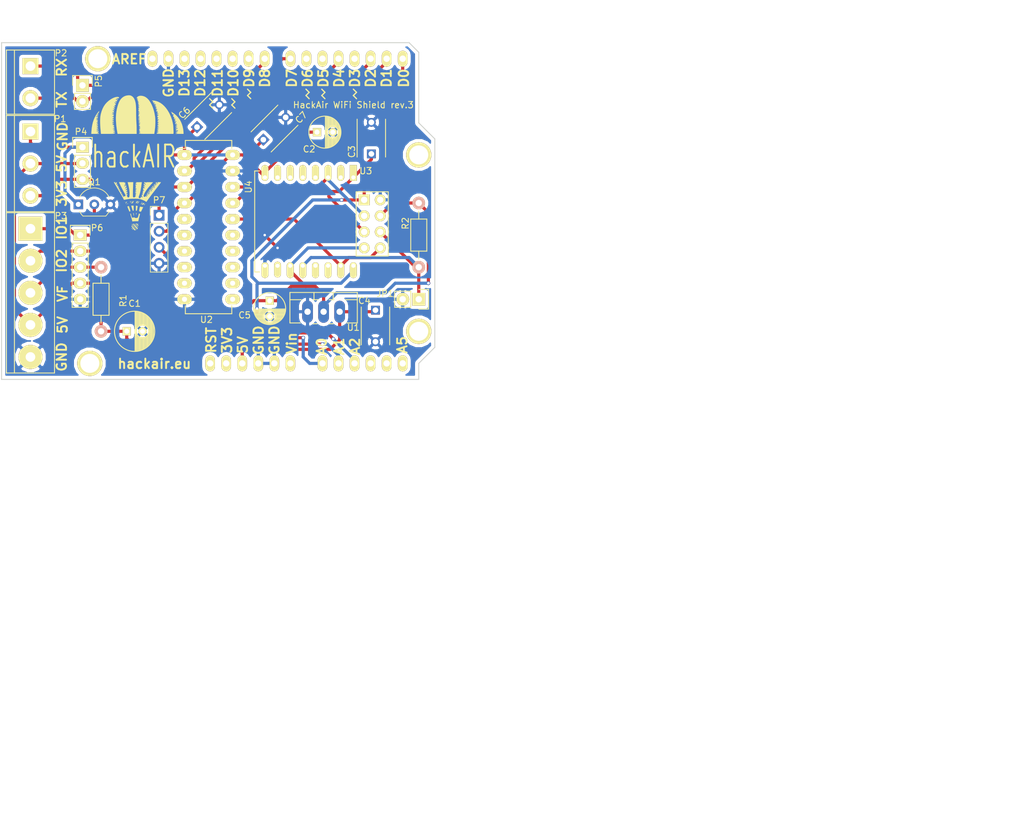
<source format=kicad_pcb>
(kicad_pcb (version 4) (host pcbnew 4.0.4-stable)
  (layers (0 F.Cu signal) (31 B.Cu signal) (34 B.Paste user) (35 F.Paste user) (36 B.SilkS user) (37 F.SilkS user) (38 B.Mask user) (39 F.Mask user) (44 Edge.Cuts user))
  (net 0 "")
  (net 1 GND)
  (net 2 +5V)
  (net 3 +3V3)
  (net 4 /ESP_RST)
  (net 5 /SENSOR_RX)
  (net 6 /SENSOR_TX)
  (net 7 /SENSOR_IO2)
  (net 8 /SENSOR_IO1)
  (net 9 "Net-(SHIELD1-PadAD5)")
  (net 10 "Net-(SHIELD1-PadAD4)")
  (net 11 "Net-(SHIELD1-PadAD3)")
  (net 12 "Net-(SHIELD1-PadV_IN)")
  (net 13 "Net-(SHIELD1-Pad3V3)")
  (net 14 "Net-(SHIELD1-PadRST)")
  (net 15 /ESP_TX)
  (net 16 /MC_TX)
  (net 17 /MC_RST)
  (net 18 "Net-(SHIELD1-Pad3)")
  (net 19 /MC_CS)
  (net 20 "Net-(SHIELD1-Pad5)")
  (net 21 "Net-(SHIELD1-Pad6)")
  (net 22 "Net-(SHIELD1-Pad9)")
  (net 23 "Net-(SHIELD1-Pad10)")
  (net 24 "Net-(SHIELD1-Pad11)")
  (net 25 "Net-(SHIELD1-Pad12)")
  (net 26 "Net-(SHIELD1-Pad13)")
  (net 27 "Net-(SHIELD1-PadAREF)")
  (net 28 "Net-(U2-Pad5)")
  (net 29 "Net-(U2-Pad6)")
  (net 30 "Net-(U2-Pad7)")
  (net 31 "Net-(U2-Pad8)")
  (net 32 "Net-(U2-Pad9)")
  (net 33 "Net-(U2-Pad11)")
  (net 34 "Net-(U2-Pad12)")
  (net 35 "Net-(U2-Pad13)")
  (net 36 "Net-(U2-Pad14)")
  (net 37 "Net-(U2-Pad15)")
  (net 38 /ESP_RX)
  (net 39 /ESP_CS)
  (net 40 /ESP_IO_0)
  (net 41 "Net-(U4-Pad10)")
  (net 42 "Net-(U4-Pad13)")
  (net 43 "Net-(U4-Pad14)")
  (net 44 "Net-(U4-Pad2)")
  (net 45 "Net-(U4-Pad4)")
  (net 46 "Net-(U4-Pad5)")
  (net 47 "Net-(U4-Pad6)")
  (net 48 "Net-(U4-Pad7)")
  (net 49 /SW_GND)
  (net 50 /FILTER_OUT)
  (net 51 /SW_GND_G)
  (module lib:logo (layer F.Cu) (at 144.526 91.186)
    (fp_text reference G*** hide)
    (fp_text value LOGO hide)
  )
  (module Pin_Headers:Pin_Header_Straight_1x01 (layer F.Cu) (at 189.103 89.662)
    (fp_text reference HOLE hide)
    (fp_text value "")
    (pad 1 thru_hole circle (at 0 0) (size 4 4) (drill 3) (layers *.Cu *.Mask F.SilkS))
  )
  (module Pin_Headers:Pin_Header_Straight_1x01 (layer F.Cu) (at 189.103 117.602)
    (fp_text reference HOLE hide)
    (fp_text value "")
    (pad 1 thru_hole circle (at 0 0) (size 4 4) (drill 3) (layers *.Cu *.Mask F.SilkS))
  )
  (module Pin_Headers:Pin_Header_Straight_1x01 (layer F.Cu) (at 137.033 122.682)
    (fp_text reference HOLE hide)
    (fp_text value "")
    (pad 1 thru_hole circle (at 0 0) (size 4 4) (drill 3) (layers *.Cu *.Mask F.SilkS))
  )
  (module Pin_Headers:Pin_Header_Straight_1x01 (layer F.Cu) (at 138.303 74.422)
    (fp_text reference HOLE hide)
    (fp_text value "")
    (pad 1 thru_hole circle (at 0 0) (size 4 4) (drill 3) (layers *.Cu *.Mask F.SilkS))
  )
  (module arduino_shields:ARDUINO_SHIELD_2_040pins (layer F.Cu) (at 123.063 125.222)
    (fp_text reference SHIELD1 hide)
    (fp_text value ARDUINO_SHIELD hide)
    (pad AD5 thru_hole oval (at 63.5 -2.54 90) (size 2.54 1.524) (drill 1.016) (layers *.Cu *.Mask F.SilkS) (net 9 "Net-(SHIELD1-PadAD5)"))
    (pad AD4 thru_hole oval (at 60.96 -2.54 90) (size 2.54 1.524) (drill 1.016) (layers *.Cu *.Mask F.SilkS) (net 10 "Net-(SHIELD1-PadAD4)"))
    (pad AD3 thru_hole oval (at 58.42 -2.54 90) (size 2.54 1.524) (drill 1.016) (layers *.Cu *.Mask F.SilkS) (net 11 "Net-(SHIELD1-PadAD3)"))
    (pad AD0 thru_hole oval (at 50.8 -2.54 90) (size 2.54 1.524) (drill 1.016) (layers *.Cu *.Mask F.SilkS) (net 8 /SENSOR_IO1))
    (pad AD1 thru_hole oval (at 53.34 -2.54 90) (size 2.54 1.524) (drill 1.016) (layers *.Cu *.Mask F.SilkS) (net 7 /SENSOR_IO2))
    (pad AD2 thru_hole oval (at 55.88 -2.54 90) (size 2.54 1.524) (drill 1.016) (layers *.Cu *.Mask F.SilkS) (net 51 /SW_GND_G))
    (pad V_IN thru_hole oval (at 45.72 -2.54 90) (size 2.54 1.524) (drill 1.016) (layers *.Cu *.Mask F.SilkS) (net 12 "Net-(SHIELD1-PadV_IN)"))
    (pad GND2 thru_hole oval (at 43.18 -2.54 90) (size 2.54 1.524) (drill 1.016) (layers *.Cu *.Mask F.SilkS) (net 1 GND))
    (pad GND1 thru_hole oval (at 40.64 -2.54 90) (size 2.54 1.524) (drill 1.016) (layers *.Cu *.Mask F.SilkS) (net 1 GND))
    (pad 3V3 thru_hole oval (at 35.56 -2.54 90) (size 2.54 1.524) (drill 1.016) (layers *.Cu *.Mask F.SilkS) (net 13 "Net-(SHIELD1-Pad3V3)"))
    (pad RST thru_hole oval (at 33.02 -2.54 90) (size 2.54 1.524) (drill 1.016) (layers *.Cu *.Mask F.SilkS) (net 14 "Net-(SHIELD1-PadRST)"))
    (pad 0 thru_hole oval (at 63.5 -50.8 90) (size 2.54 1.524) (drill 1.016) (layers *.Cu *.Mask F.SilkS) (net 15 /ESP_TX))
    (pad 1 thru_hole oval (at 60.96 -50.8 90) (size 2.54 1.524) (drill 1.016) (layers *.Cu *.Mask F.SilkS) (net 16 /MC_TX))
    (pad 2 thru_hole oval (at 58.42 -50.8 90) (size 2.54 1.524) (drill 1.016) (layers *.Cu *.Mask F.SilkS) (net 17 /MC_RST))
    (pad 3 thru_hole oval (at 55.88 -50.8 90) (size 2.54 1.524) (drill 1.016) (layers *.Cu *.Mask F.SilkS) (net 18 "Net-(SHIELD1-Pad3)"))
    (pad 4 thru_hole oval (at 53.34 -50.8 90) (size 2.54 1.524) (drill 1.016) (layers *.Cu *.Mask F.SilkS) (net 19 /MC_CS))
    (pad 5 thru_hole oval (at 50.8 -50.8 90) (size 2.54 1.524) (drill 1.016) (layers *.Cu *.Mask F.SilkS) (net 20 "Net-(SHIELD1-Pad5)"))
    (pad 6 thru_hole oval (at 48.26 -50.8 90) (size 2.54 1.524) (drill 1.016) (layers *.Cu *.Mask F.SilkS) (net 21 "Net-(SHIELD1-Pad6)"))
    (pad 7 thru_hole oval (at 45.72 -50.8 90) (size 2.54 1.524) (drill 1.016) (layers *.Cu *.Mask F.SilkS) (net 6 /SENSOR_TX))
    (pad 8 thru_hole oval (at 41.656 -50.8 90) (size 2.54 1.524) (drill 1.016) (layers *.Cu *.Mask F.SilkS) (net 5 /SENSOR_RX))
    (pad 9 thru_hole oval (at 39.116 -50.8 90) (size 2.54 1.524) (drill 1.016) (layers *.Cu *.Mask F.SilkS) (net 22 "Net-(SHIELD1-Pad9)"))
    (pad 10 thru_hole oval (at 36.576 -50.8 90) (size 2.54 1.524) (drill 1.016) (layers *.Cu *.Mask F.SilkS) (net 23 "Net-(SHIELD1-Pad10)"))
    (pad 11 thru_hole oval (at 34.036 -50.8 90) (size 2.54 1.524) (drill 1.016) (layers *.Cu *.Mask F.SilkS) (net 24 "Net-(SHIELD1-Pad11)"))
    (pad 12 thru_hole oval (at 31.496 -50.8 90) (size 2.54 1.524) (drill 1.016) (layers *.Cu *.Mask F.SilkS) (net 25 "Net-(SHIELD1-Pad12)"))
    (pad 13 thru_hole oval (at 28.956 -50.8 90) (size 2.54 1.524) (drill 1.016) (layers *.Cu *.Mask F.SilkS) (net 26 "Net-(SHIELD1-Pad13)"))
    (pad GND3 thru_hole oval (at 26.416 -50.8 90) (size 2.54 1.524) (drill 1.016) (layers *.Cu *.Mask F.SilkS) (net 1 GND))
    (pad AREF thru_hole oval (at 23.876 -50.8 90) (size 2.54 1.524) (drill 1.016) (layers *.Cu *.Mask F.SilkS) (net 27 "Net-(SHIELD1-PadAREF)"))
    (pad 5V thru_hole oval (at 38.1 -2.54 90) (size 2.54 1.524) (drill 1.016) (layers *.Cu *.Mask F.SilkS) (net 2 +5V))
  )
  (module Housings_DIP:DIP-20_W7.62mm_LongPads (layer F.Cu) (at 152.019 89.662)
    (fp_text reference U2 (at 3.481 26.088) (layer F.SilkS))
    (fp_text value SN74LVC245A)
    (pad 1 thru_hole oval (at 0 0) (size 2.3 1.6) (drill 0.8) (layers *.Cu *.Mask F.SilkS) (net 3 +3V3))
    (pad 2 thru_hole oval (at 0 2.54) (size 2.3 1.6) (drill 0.8) (layers *.Cu *.Mask F.SilkS) (net 19 /MC_CS))
    (pad 3 thru_hole oval (at 0 5.08) (size 2.3 1.6) (drill 0.8) (layers *.Cu *.Mask F.SilkS) (net 17 /MC_RST))
    (pad 4 thru_hole oval (at 0 7.62) (size 2.3 1.6) (drill 0.8) (layers *.Cu *.Mask F.SilkS) (net 16 /MC_TX))
    (pad 5 thru_hole oval (at 0 10.16) (size 2.3 1.6) (drill 0.8) (layers *.Cu *.Mask F.SilkS) (net 28 "Net-(U2-Pad5)"))
    (pad 6 thru_hole oval (at 0 12.7) (size 2.3 1.6) (drill 0.8) (layers *.Cu *.Mask F.SilkS) (net 29 "Net-(U2-Pad6)"))
    (pad 7 thru_hole oval (at 0 15.24) (size 2.3 1.6) (drill 0.8) (layers *.Cu *.Mask F.SilkS) (net 30 "Net-(U2-Pad7)"))
    (pad 8 thru_hole oval (at 0 17.78) (size 2.3 1.6) (drill 0.8) (layers *.Cu *.Mask F.SilkS) (net 31 "Net-(U2-Pad8)"))
    (pad 9 thru_hole oval (at 0 20.32) (size 2.3 1.6) (drill 0.8) (layers *.Cu *.Mask F.SilkS) (net 32 "Net-(U2-Pad9)"))
    (pad 10 thru_hole oval (at 0 22.86) (size 2.3 1.6) (drill 0.8) (layers *.Cu *.Mask F.SilkS) (net 1 GND))
    (pad 11 thru_hole oval (at 7.62 22.86) (size 2.3 1.6) (drill 0.8) (layers *.Cu *.Mask F.SilkS) (net 33 "Net-(U2-Pad11)"))
    (pad 12 thru_hole oval (at 7.62 20.32) (size 2.3 1.6) (drill 0.8) (layers *.Cu *.Mask F.SilkS) (net 34 "Net-(U2-Pad12)"))
    (pad 13 thru_hole oval (at 7.62 17.78) (size 2.3 1.6) (drill 0.8) (layers *.Cu *.Mask F.SilkS) (net 35 "Net-(U2-Pad13)"))
    (pad 14 thru_hole oval (at 7.62 15.24) (size 2.3 1.6) (drill 0.8) (layers *.Cu *.Mask F.SilkS) (net 36 "Net-(U2-Pad14)"))
    (pad 15 thru_hole oval (at 7.62 12.7) (size 2.3 1.6) (drill 0.8) (layers *.Cu *.Mask F.SilkS) (net 37 "Net-(U2-Pad15)"))
    (pad 16 thru_hole oval (at 7.62 10.16) (size 2.3 1.6) (drill 0.8) (layers *.Cu *.Mask F.SilkS) (net 38 /ESP_RX))
    (pad 17 thru_hole oval (at 7.62 7.62) (size 2.3 1.6) (drill 0.8) (layers *.Cu *.Mask F.SilkS) (net 4 /ESP_RST))
    (pad 18 thru_hole oval (at 7.62 5.08) (size 2.3 1.6) (drill 0.8) (layers *.Cu *.Mask F.SilkS) (net 39 /ESP_CS))
    (pad 19 thru_hole oval (at 7.62 2.54) (size 2.3 1.6) (drill 0.8) (layers *.Cu *.Mask F.SilkS) (net 1 GND))
    (pad 20 thru_hole oval (at 7.62 0) (size 2.3 1.6) (drill 0.8) (layers *.Cu *.Mask F.SilkS) (net 3 +3V3))
  )
  (module Capacitors_ThroughHole:C_Radial_D6.3_L11.2_P2.5 (layer F.Cu) (at 142.875 117.602)
    (fp_text reference C1 (at 1.25 -4.4) (layer F.SilkS))
    (fp_text value 220uF)
    (pad 2 thru_hole circle (at 2.5 0) (size 1.3 1.3) (drill 0.8) (layers *.Cu *.Mask F.SilkS) (net 1 GND))
    (pad 1 thru_hole rect (at 0 0) (size 1.3 1.3) (drill 0.8) (layers *.Cu *.Mask F.SilkS) (net 2 +5V))
  )
  (module Capacitors_ThroughHole:C_Radial_D5_L11_P2.5 (layer F.Cu) (at 172.9994 86.0552)
    (fp_text reference C2 (at -1.2494 2.6948) (layer F.SilkS))
    (fp_text value 10uF)
    (pad 1 thru_hole rect (at 0 0) (size 1.3 1.3) (drill 0.8) (layers *.Cu *.Mask F.SilkS) (net 3 +3V3))
    (pad 2 thru_hole circle (at 2.5 0) (size 1.3 1.3) (drill 0.8) (layers *.Cu *.Mask F.SilkS) (net 1 GND))
  )
  (module Capacitors_ThroughHole:C_Radial_D5_L11_P2.5 (layer F.Cu) (at 165.5 112.75 270)
    (fp_text reference C5 (at 2.2968 3.9624 360) (layer F.SilkS))
    (fp_text value 10uF)
    (pad 1 thru_hole rect (at 0 0 270) (size 1.3 1.3) (drill 0.8) (layers *.Cu *.Mask F.SilkS) (net 3 +3V3))
    (pad 2 thru_hole circle (at 2.5 0 270) (size 1.3 1.3) (drill 0.8) (layers *.Cu *.Mask F.SilkS) (net 1 GND))
  )
  (module Connect:bornier3 (layer F.Cu) (at 127.635 91.0336 270)
    (fp_text reference P1 (at -7.0866 -4.699 360) (layer F.SilkS))
    (fp_text value CONN_PWR)
    (pad 1 thru_hole rect (at -5.08 0 270) (size 2.54 2.54) (drill 1.524) (layers *.Cu *.Mask F.SilkS) (net 49 /SW_GND))
    (pad 2 thru_hole circle (at 0 0 270) (size 2.54 2.54) (drill 1.524) (layers *.Cu *.Mask F.SilkS) (net 2 +5V))
    (pad 3 thru_hole circle (at 5.08 0 270) (size 2.54 2.54) (drill 1.524) (layers *.Cu *.Mask F.SilkS) (net 3 +3V3))
  )
  (module Connect:bornier2 (layer F.Cu) (at 127.635 78.1304 270)
    (fp_text reference P2 (at -4.5974 -4.826 360) (layer F.SilkS))
    (fp_text value CONN_SENSOR_SERIAL)
    (pad 1 thru_hole rect (at -2.54 0 270) (size 2.54 2.54) (drill 1.524) (layers *.Cu *.Mask F.SilkS) (net 5 /SENSOR_RX))
    (pad 2 thru_hole circle (at 2.54 0 270) (size 2.54 2.54) (drill 1.524) (layers *.Cu *.Mask F.SilkS) (net 6 /SENSOR_TX))
  )
  (module Connect:bornier5 (layer F.Cu) (at 127.635 111.506 270)
    (fp_text reference P3 (at -12.192 -4.826 360) (layer F.SilkS))
    (fp_text value CONN_SENSOR)
    (pad 2 thru_hole circle (at -5.08 0 270) (size 3.81 3.81) (drill 1.524) (layers *.Cu *.Mask F.SilkS) (net 7 /SENSOR_IO2))
    (pad 3 thru_hole circle (at 0 0 270) (size 3.81 3.81) (drill 1.524) (layers *.Cu *.Mask F.SilkS) (net 50 /FILTER_OUT))
    (pad 1 thru_hole rect (at -10.16 0 270) (size 3.81 3.81) (drill 1.524) (layers *.Cu *.Mask F.SilkS) (net 8 /SENSOR_IO1))
    (pad 4 thru_hole circle (at 5.08 0 270) (size 3.81 3.81) (drill 1.524) (layers *.Cu *.Mask F.SilkS) (net 2 +5V))
    (pad 5 thru_hole circle (at 10.16 0 270) (size 3.81 3.81) (drill 1.524) (layers *.Cu *.Mask F.SilkS) (net 1 GND))
  )
  (module Pin_Headers:Pin_Header_Straight_1x03 (layer F.Cu) (at 135.8646 88.4428)
    (fp_text reference P4 (at -0.2286 -2.4638 180) (layer F.SilkS))
    (fp_text value CONN_PWR_H)
    (pad 1 thru_hole rect (at 0 0) (size 2.032 1.7272) (drill 1.016) (layers *.Cu *.Mask F.SilkS) (net 49 /SW_GND))
    (pad 2 thru_hole oval (at 0 2.54) (size 2.032 1.7272) (drill 1.016) (layers *.Cu *.Mask F.SilkS) (net 2 +5V))
    (pad 3 thru_hole oval (at 0 5.08) (size 2.032 1.7272) (drill 1.016) (layers *.Cu *.Mask F.SilkS) (net 3 +3V3))
  )
  (module Pin_Headers:Pin_Header_Straight_1x02 (layer F.Cu) (at 135.8646 78.6384)
    (fp_text reference P5 (at 2.5654 -0.6604 270) (layer F.SilkS))
    (fp_text value CONN_SENSOR_SERIAL_H)
    (pad 1 thru_hole rect (at 0 0) (size 2.032 2.032) (drill 1.016) (layers *.Cu *.Mask F.SilkS) (net 5 /SENSOR_RX))
    (pad 2 thru_hole oval (at 0 2.54) (size 2.032 2.032) (drill 1.016) (layers *.Cu *.Mask F.SilkS) (net 6 /SENSOR_TX))
  )
  (module Resistors_ThroughHole:Resistor_Horizontal_RM10mm (layer F.Cu) (at 138.811 107.442 270)
    (fp_text reference R1 (at 5.32892 -3.50012 270) (layer F.SilkS))
    (fp_text value 150)
    (pad 1 thru_hole circle (at 0 0 270) (size 1.99898 1.99898) (drill 1.00076) (layers *.Cu *.SilkS *.Mask) (net 50 /FILTER_OUT))
    (pad 2 thru_hole circle (at 10.16 0 270) (size 1.99898 1.99898) (drill 1.00076) (layers *.Cu *.SilkS *.Mask) (net 2 +5V))
  )
  (module ESP8266:ESP-01 (layer F.Cu) (at 180.467 96.774)
    (fp_text reference U3 (at 0.254 -4.572) (layer F.SilkS))
    (fp_text value ESP-01v090)
    (pad 1 thru_hole rect (at 0 0) (size 1.7272 1.7272) (drill 1.016) (layers *.Cu *.Mask F.SilkS) (net 15 /ESP_TX))
    (pad 2 thru_hole oval (at 2.54 0) (size 1.7272 1.7272) (drill 1.016) (layers *.Cu *.Mask F.SilkS) (net 1 GND))
    (pad 3 thru_hole oval (at 0 2.54) (size 1.7272 1.7272) (drill 1.016) (layers *.Cu *.Mask F.SilkS) (net 39 /ESP_CS))
    (pad 4 thru_hole oval (at 2.54 2.54) (size 1.7272 1.7272) (drill 1.016) (layers *.Cu *.Mask F.SilkS) (net 3 +3V3))
    (pad 5 thru_hole oval (at 0 5.08) (size 1.7272 1.7272) (drill 1.016) (layers *.Cu *.Mask F.SilkS) (net 4 /ESP_RST))
    (pad 6 thru_hole oval (at 2.54 5.08) (size 1.7272 1.7272) (drill 1.016) (layers *.Cu *.Mask F.SilkS) (net 40 /ESP_IO_0))
    (pad 7 thru_hole oval (at 0 7.62) (size 1.7272 1.7272) (drill 1.016) (layers *.Cu *.Mask F.SilkS) (net 3 +3V3))
    (pad 8 thru_hole oval (at 2.54 7.62) (size 1.7272 1.7272) (drill 1.016) (layers *.Cu *.Mask F.SilkS) (net 38 /ESP_RX))
  )
  (module Pin_Headers:Pin_Header_Straight_1x05 (layer F.Cu) (at 135.509 102.362)
    (fp_text reference P6 (at 2.667 -1.143) (layer F.SilkS))
    (fp_text value CONN_SENSOR_H)
    (pad 1 thru_hole rect (at 0 0) (size 2.032 1.7272) (drill 1.016) (layers *.Cu *.Mask F.SilkS) (net 8 /SENSOR_IO1))
    (pad 2 thru_hole oval (at 0 2.54) (size 2.032 1.7272) (drill 1.016) (layers *.Cu *.Mask F.SilkS) (net 7 /SENSOR_IO2))
    (pad 3 thru_hole oval (at 0 5.08) (size 2.032 1.7272) (drill 1.016) (layers *.Cu *.Mask F.SilkS) (net 50 /FILTER_OUT))
    (pad 4 thru_hole oval (at 0 7.62) (size 2.032 1.7272) (drill 1.016) (layers *.Cu *.Mask F.SilkS) (net 2 +5V))
    (pad 5 thru_hole oval (at 0 10.16) (size 2.032 1.7272) (drill 1.016) (layers *.Cu *.Mask F.SilkS) (net 1 GND))
  )
  (module ESP8266:ESP-12 (layer F.Cu) (at 178.751 93.218 270)
    (fp_text reference U4 (at 1.5 16.6 270) (layer F.SilkS))
    (fp_text value ESP-12)
    (pad 1 thru_hole rect (at 0 0 270) (size 2.5 1.1) (drill 0.65 (offset -0.7 0)) (layers *.Cu *.Mask F.SilkS) (net 4 /ESP_RST))
    (pad 2 thru_hole oval (at 0 2 270) (size 2.5 1.1) (drill 0.65 (offset -0.7 0)) (layers *.Cu *.Mask F.SilkS) (net 44 "Net-(U4-Pad2)"))
    (pad 3 thru_hole oval (at 0 4 270) (size 2.5 1.1) (drill 0.65 (offset -0.7 0)) (layers *.Cu *.Mask F.SilkS) (net 39 /ESP_CS))
    (pad 4 thru_hole oval (at 0 6 270) (size 2.5 1.1) (drill 0.65 (offset -0.7 0)) (layers *.Cu *.Mask F.SilkS) (net 45 "Net-(U4-Pad4)"))
    (pad 5 thru_hole oval (at 0 8 270) (size 2.5 1.1) (drill 0.65 (offset -0.7 0)) (layers *.Cu *.Mask F.SilkS) (net 46 "Net-(U4-Pad5)"))
    (pad 6 thru_hole oval (at 0 10 270) (size 2.5 1.1) (drill 0.65 (offset -0.7 0)) (layers *.Cu *.Mask F.SilkS) (net 47 "Net-(U4-Pad6)"))
    (pad 7 thru_hole oval (at 0 12 270) (size 2.5 1.1) (drill 0.65 (offset -0.7 0)) (layers *.Cu *.Mask F.SilkS) (net 48 "Net-(U4-Pad7)"))
    (pad 8 thru_hole oval (at 0 14 270) (size 2.5 1.1) (drill 0.65 (offset -0.7 0)) (layers *.Cu *.Mask F.SilkS) (net 3 +3V3))
    (pad 9 thru_hole oval (at 14 14 270) (size 2.5 1.1) (drill 0.65 (offset 0.7 0)) (layers *.Cu *.Mask F.SilkS) (net 1 GND))
    (pad 10 thru_hole oval (at 14 12 270) (size 2.5 1.1) (drill 0.65 (offset 0.6 0)) (layers *.Cu *.Mask F.SilkS) (net 41 "Net-(U4-Pad10)"))
    (pad 11 thru_hole oval (at 14 10 270) (size 2.5 1.1) (drill 0.65 (offset 0.7 0)) (layers *.Cu *.Mask F.SilkS) (net 3 +3V3))
    (pad 12 thru_hole oval (at 14 8 270) (size 2.5 1.1) (drill 0.65 (offset 0.7 0)) (layers *.Cu *.Mask F.SilkS) (net 40 /ESP_IO_0))
    (pad 13 thru_hole oval (at 14 6 270) (size 2.5 1.1) (drill 0.65 (offset 0.7 0)) (layers *.Cu *.Mask F.SilkS) (net 42 "Net-(U4-Pad13)"))
    (pad 14 thru_hole oval (at 14 4 270) (size 2.5 1.1) (drill 0.65 (offset 0.7 0)) (layers *.Cu *.Mask F.SilkS) (net 43 "Net-(U4-Pad14)"))
    (pad 15 thru_hole oval (at 14 2 270) (size 2.5 1.1) (drill 0.65 (offset 0.7 0)) (layers *.Cu *.Mask F.SilkS) (net 38 /ESP_RX))
    (pad 16 thru_hole oval (at 14 0 270) (size 2.5 1.1) (drill 0.65 (offset 0.7 0)) (layers *.Cu *.Mask F.SilkS) (net 15 /ESP_TX))
  )
  (module Pin_Headers:Pin_Header_Straight_1x02 (layer F.Cu) (at 189.103 112.522 270)
    (fp_text reference JP1 (at -0.889 5.334 360) (layer F.SilkS))
    (fp_text value Jumper_NO_Small)
    (pad 1 thru_hole rect (at 0 0 270) (size 2.032 2.032) (drill 1.016) (layers *.Cu *.Mask F.SilkS) (net 40 /ESP_IO_0))
    (pad 2 thru_hole oval (at 0 2.54 270) (size 2.032 2.032) (drill 1.016) (layers *.Cu *.Mask F.SilkS) (net 1 GND))
  )
  (module Resistors_ThroughHole:Resistor_Horizontal_RM10mm (layer F.Cu) (at 189.103 107.442 90)
    (fp_text reference R2 (at 6.942 -2.103 90) (layer F.SilkS))
    (fp_text value 1K)
    (pad 1 thru_hole circle (at 0 0 90) (size 1.99898 1.99898) (drill 1.00076) (layers *.Cu *.SilkS *.Mask) (net 40 /ESP_IO_0))
    (pad 2 thru_hole circle (at 10.16 0 90) (size 1.99898 1.99898) (drill 1.00076) (layers *.Cu *.SilkS *.Mask) (net 3 +3V3))
  )
  (module TO_SOT_Packages_THT:TO-220_Neutral123_Vertical_LargePads (layer F.Cu) (at 174.04 114.5)
    (fp_text reference U1 (at 4.71 2.5) (layer F.SilkS))
    (fp_text value LD1117S33CTR)
    (pad 2 thru_hole oval (at 0 0 90) (size 3.50012 1.69926) (drill 1.00076) (layers *.Cu *.Mask) (net 3 +3V3))
    (pad 1 thru_hole oval (at -2.54 0 90) (size 3.50012 1.69926) (drill 1.00076) (layers *.Cu *.Mask) (net 1 GND))
    (pad 3 thru_hole oval (at 2.54 0 90) (size 3.50012 1.69926) (drill 1.00076) (layers *.Cu *.Mask) (net 2 +5V))
  )
  (module TO_SOT_Packages_THT:TO-92_Inline_Wide (layer F.Cu) (at 135.21 97.5)
    (fp_text reference Q1 (at 2.54 -3.556 180) (layer F.SilkS))
    (fp_text value ZVN4206A)
    (pad 2 thru_hole circle (at 2.54 0 90) (size 1.524 1.524) (drill 0.8) (layers *.Cu *.Mask) (net 51 /SW_GND_G))
    (pad 3 thru_hole circle (at 5.08 0 90) (size 1.524 1.524) (drill 0.8) (layers *.Cu *.Mask) (net 1 GND))
    (pad 1 thru_hole rect (at 0 0 90) (size 1.524 1.524) (drill 0.8) (layers *.Cu *.Mask) (net 49 /SW_GND))
  )
  (module Capacitors_ThroughHole:C_Disc_D6_P5 (layer F.Cu) (at 181.6 89.5 90)
    (fp_text reference C3 (at 0.35 -3.1 90) (layer F.SilkS))
    (fp_text value 10nF)
    (pad 1 thru_hole rect (at 0 0 90) (size 1.4 1.4) (drill 0.9) (layers *.Cu *.Mask) (net 4 /ESP_RST))
    (pad 2 thru_hole circle (at 5 0 90) (size 1.4 1.4) (drill 0.9) (layers *.Cu *.Mask) (net 1 GND))
  )
  (module Capacitors_ThroughHole:C_Disc_D6_P5 (layer F.Cu) (at 182.25 114.25 270)
    (fp_text reference C4 (at -1.5 1.75 360) (layer F.SilkS))
    (fp_text value 100nF)
    (pad 1 thru_hole rect (at 0 0 270) (size 1.4 1.4) (drill 0.9) (layers *.Cu *.Mask) (net 2 +5V))
    (pad 2 thru_hole circle (at 5 0 270) (size 1.4 1.4) (drill 0.9) (layers *.Cu *.Mask) (net 1 GND))
  )
  (module Capacitors_ThroughHole:C_Disc_D6_P5 (layer F.Cu) (at 164.5 87.25 45)
    (fp_text reference C7 (at 6.717514 1.767767 45) (layer F.SilkS))
    (fp_text value 100nF)
    (pad 1 thru_hole rect (at 0 0 45) (size 1.4 1.4) (drill 0.9) (layers *.Cu *.Mask) (net 3 +3V3))
    (pad 2 thru_hole circle (at 5 0 45) (size 1.4 1.4) (drill 0.9) (layers *.Cu *.Mask) (net 1 GND))
  )
  (module Capacitors_ThroughHole:C_Disc_D6_P5 (layer F.Cu) (at 154 85.25 45)
    (fp_text reference C6 (at 0.176777 -3.005204 45) (layer F.SilkS))
    (fp_text value 10nF)
    (pad 1 thru_hole rect (at 0 0 45) (size 1.4 1.4) (drill 0.9) (layers *.Cu *.Mask) (net 3 +3V3))
    (pad 2 thru_hole circle (at 5 0 45) (size 1.4 1.4) (drill 0.9) (layers *.Cu *.Mask) (net 1 GND))
  )
  (module Pin_Headers:Pin_Header_Straight_1x04_Pitch2.54mm (layer F.Cu) (at 148 99.21)
    (fp_text reference P7 (at 0 -2.39) (layer F.SilkS))
    (fp_text value CONN_PROG)
    (pad 1 thru_hole rect (at 0 0) (size 1.7 1.7) (drill 1) (layers *.Cu *.Mask) (net 17 /MC_RST))
    (pad 2 thru_hole oval (at 0 2.54) (size 1.7 1.7) (drill 1) (layers *.Cu *.Mask) (net 16 /MC_TX))
    (pad 3 thru_hole oval (at 0 5.08) (size 1.7 1.7) (drill 1) (layers *.Cu *.Mask) (net 15 /ESP_TX))
    (pad 4 thru_hole oval (at 0 7.62) (size 1.7 1.7) (drill 1) (layers *.Cu *.Mask) (net 1 GND))
  )
  (gr_text RST (at 156.25 119 90) (layer F.SilkS) (effects (font (size 1.5 1.5) (thickness 0.3))))
  (gr_text 3V3 (at 158.75 119 90) (layer F.SilkS) (effects (font (size 1.5 1.5) (thickness 0.3))))
  (gr_text 5V (at 161.25 119.75 90) (layer F.SilkS) (effects (font (size 1.5 1.5) (thickness 0.3))))
  (gr_text GND (at 163.75 119 90) (layer F.SilkS) (effects (font (size 1.5 1.5) (thickness 0.3))))
  (gr_text GND (at 166.25 119 90) (layer F.SilkS) (effects (font (size 1.5 1.5) (thickness 0.3))))
  (gr_text Vin (at 169 119.5 90) (layer F.SilkS) (effects (font (size 1.5 1.5) (thickness 0.3))))
  (gr_text A0 (at 173.75 120 90) (layer F.SilkS) (effects (font (size 1.5 1.5) (thickness 0.3))))
  (gr_text A1 (at 176.5 120 90) (layer F.SilkS) (effects (font (size 1.5 1.5) (thickness 0.3))))
  (gr_text A2 (at 179 120 90) (layer F.SilkS) (effects (font (size 1.5 1.5) (thickness 0.3))))
  (gr_text A5 (at 186.5 119.75 90) (layer F.SilkS) (effects (font (size 1.5 1.5) (thickness 0.3))))
  (gr_line (start 156.5 82.25) (end 156 81.75) (layer F.SilkS) (width 0.2))
  (gr_line (start 156 81.75) (end 156.5 81.25) (layer F.SilkS) (width 0.2))
  (gr_line (start 156.5 81.25) (end 156 80.75) (layer F.SilkS) (width 0.2))
  (gr_line (start 160 82.25) (end 159.5 81.75) (layer F.SilkS) (width 0.2))
  (gr_line (start 159.5 81.75) (end 160 81.25) (layer F.SilkS) (width 0.2))
  (gr_line (start 160 81.25) (end 159.5 80.75) (layer F.SilkS) (width 0.2))
  (gr_line (start 162.5 80.75) (end 162 80.25) (layer F.SilkS) (width 0.2))
  (gr_line (start 162 80.25) (end 162.5 79.75) (layer F.SilkS) (width 0.2))
  (gr_line (start 162.5 79.75) (end 162 79.25) (layer F.SilkS) (width 0.2))
  (gr_line (start 171.75 80.75) (end 171.25 80.25) (layer F.SilkS) (width 0.2))
  (gr_line (start 171.25 80.25) (end 171.75 79.75) (layer F.SilkS) (width 0.2))
  (gr_line (start 171.75 79.75) (end 171.25 79.25) (layer F.SilkS) (width 0.2))
  (gr_line (start 174.25 80.75) (end 173.75 80.25) (layer F.SilkS) (width 0.2))
  (gr_line (start 173.75 80.25) (end 174.25 79.75) (layer F.SilkS) (width 0.2))
  (gr_line (start 174.25 79.75) (end 173.75 79.25) (layer F.SilkS) (width 0.2))
  (gr_line (start 179.25 79.75) (end 178.75 79.25) (layer F.SilkS) (width 0.2))
  (gr_line (start 178.75 80.25) (end 179.25 79.75) (layer F.SilkS) (width 0.2))
  (gr_line (start 179.25 80.75) (end 178.75 80.25) (layer F.SilkS) (width 0.2))
  (gr_text AREF (at 143.25 74.5 360) (layer F.SilkS) (effects (font (size 1.5 1.5) (thickness 0.3))))
  (gr_text GND (at 149.5 78.25 90) (layer F.SilkS) (effects (font (size 1.5 1.5) (thickness 0.3))))
  (gr_text D13 (at 152 78.25 90) (layer F.SilkS) (effects (font (size 1.5 1.5) (thickness 0.3))))
  (gr_text D12 (at 154.5 78.25 90) (layer F.SilkS) (effects (font (size 1.5 1.5) (thickness 0.3))))
  (gr_text D11 (at 157.25 78.25 90) (layer F.SilkS) (effects (font (size 1.5 1.5) (thickness 0.3))))
  (gr_text D10 (at 159.75 78.25 90) (layer F.SilkS) (effects (font (size 1.5 1.5) (thickness 0.3))))
  (gr_text D9 (at 162.25 77.5 90) (layer F.SilkS) (effects (font (size 1.5 1.5) (thickness 0.3))))
  (gr_text D8 (at 164.75 77.5 90) (layer F.SilkS) (effects (font (size 1.5 1.5) (thickness 0.3))))
  (gr_text D7 (at 169 77.5 90) (layer F.SilkS) (effects (font (size 1.5 1.5) (thickness 0.3))))
  (gr_text D6 (at 171.5 77.5 90) (layer F.SilkS) (effects (font (size 1.5 1.5) (thickness 0.3))))
  (gr_text D5 (at 174 77.5 90) (layer F.SilkS) (effects (font (size 1.5 1.5) (thickness 0.3))))
  (gr_text D4 (at 176.5 77.5 90) (layer F.SilkS) (effects (font (size 1.5 1.5) (thickness 0.3))))
  (gr_text D3 (at 179 77.5 90) (layer F.SilkS) (effects (font (size 1.5 1.5) (thickness 0.3))))
  (gr_text D2 (at 181.5 77.5 90) (layer F.SilkS) (effects (font (size 1.5 1.5) (thickness 0.3))))
  (gr_text D0 (at 186.75 77.5 90) (layer F.SilkS) (effects (font (size 1.5 1.5) (thickness 0.3))))
  (gr_text D1 (at 184 77.5 90) (layer F.SilkS) (effects (font (size 1.5 1.5) (thickness 0.3))))
  (gr_text hackair.eu (at 147.25 122.75) (layer F.SilkS) (effects (font (size 1.5 1.5) (thickness 0.3))))
  (gr_text hackAIR (at 144.018 89.916) (layer F.SilkS) (effects (font (size 3.5 2.3) (thickness 0.3))))
  (gr_text "HackAir WiFi Shield rev.3" (at 178.75 81.75) (layer F.SilkS) (effects (font (size 1 1))))
  (gr_text GND (at 132.588 121.666 90) (layer F.SilkS) (effects (font (size 1.5 1.5) (thickness 0.3))))
  (gr_text 5V (at 132.715 116.586 90) (layer F.SilkS) (effects (font (size 1.5 1.5) (thickness 0.3))))
  (gr_text VF (at 132.715 111.633 90) (layer F.SilkS) (effects (font (size 1.5 1.5) (thickness 0.3))))
  (gr_text IO2 (at 132.588 106.426 90) (layer F.SilkS) (effects (font (size 1.5 1.5) (thickness 0.3))))
  (gr_text 3V3 (at 132.588 95.758 90) (layer F.SilkS) (effects (font (size 1.5 1.5) (thickness 0.3))))
  (gr_text IO1 (at 132.588 101.219 90) (layer F.SilkS) (effects (font (size 1.5 1.5) (thickness 0.3))))
  (gr_text 5V (at 132.588 91.059 90) (layer F.SilkS) (effects (font (size 1.5 1.5) (thickness 0.3))))
  (gr_text GND (at 132.715 86.741 90) (layer F.SilkS) (effects (font (size 1.5 1.5) (thickness 0.3))))
  (gr_text TX (at 132.588 80.899 90) (layer F.SilkS) (effects (font (size 1.5 1.5) (thickness 0.3))))
  (gr_text RX (at 132.588 75.819 90) (layer F.SilkS) (effects (font (size 1.5 1.5) (thickness 0.3))))
  (gr_line (start 123.063 125.222) (end 123.063 71.882) (layer Edge.Cuts) (width 0.15))
  (gr_line (start 189.103 125.222) (end 123.063 125.222) (layer Edge.Cuts) (width 0.15))
  (gr_line (start 189.103 122.682) (end 189.103 125.222) (layer Edge.Cuts) (width 0.15))
  (gr_line (start 191.643 120.142) (end 189.103 122.682) (layer Edge.Cuts) (width 0.15))
  (gr_line (start 191.643 87.122) (end 191.643 120.142) (layer Edge.Cuts) (width 0.15))
  (gr_line (start 189.103 84.582) (end 191.643 87.122) (layer Edge.Cuts) (width 0.15))
  (gr_line (start 189.103 73.406) (end 189.103 84.582) (layer Edge.Cuts) (width 0.15))
  (gr_line (start 187.579 71.882) (end 189.103 73.406) (layer Edge.Cuts) (width 0.15))
  (gr_line (start 123.063 71.882) (end 187.579 71.882) (layer Edge.Cuts) (width 0.15))
  (segment (start 164.719 102.362) (end 164.719 96.932) (width 0.5) (layer B.Cu) (net 1))
  (segment (start 164.719 96.932) (end 159.989 92.202) (width 0.5) (layer B.Cu) (net 1))
  (segment (start 159.989 92.202) (end 159.639 92.202) (width 0.5) (layer B.Cu) (net 1))
  (segment (start 166.751 104.394) (end 164.719 102.362) (width 0.5) (layer F.Cu) (net 1))
  (via (at 164.719 102.362) (size 0.6) (drill 0.4) (layers F.Cu B.Cu) (net 1))
  (segment (start 164.751 107.218) (end 164.751 106.394) (width 0.5) (layer B.Cu) (net 1))
  (segment (start 164.751 106.394) (end 166.751 104.394) (width 0.5) (layer B.Cu) (net 1))
  (via (at 166.751 104.394) (size 0.6) (drill 0.4) (layers F.Cu B.Cu) (net 1))
  (segment (start 176.58 114.5) (end 182 114.5) (width 0.5) (layer F.Cu) (net 2))
  (segment (start 182 114.5) (end 182.25 114.25) (width 0.5) (layer F.Cu) (net 2))
  (segment (start 175.065689 120.463311) (end 176.58 118.949) (width 0.5) (layer F.Cu) (net 2))
  (segment (start 176.58 118.949) (end 176.58 114.5) (width 0.5) (layer F.Cu) (net 2))
  (segment (start 135.509 109.982) (end 137.025 109.982) (width 0.5) (layer F.Cu) (net 2))
  (segment (start 137.025 109.982) (end 138.811 111.768) (width 0.5) (layer F.Cu) (net 2))
  (segment (start 138.811 111.768) (end 138.811 113.8936) (width 0.5) (layer F.Cu) (net 2))
  (segment (start 127.635 116.586) (end 134.239 109.982) (width 0.5) (layer F.Cu) (net 2))
  (segment (start 134.239 109.982) (end 135.509 109.982) (width 0.5) (layer F.Cu) (net 2))
  (segment (start 142.875 117.602) (end 142.875 118.752) (width 0.5) (layer F.Cu) (net 2))
  (segment (start 142.875 118.752) (end 144.586311 120.463311) (width 0.5) (layer F.Cu) (net 2))
  (segment (start 144.586311 120.463311) (end 160.714311 120.463311) (width 0.5) (layer F.Cu) (net 2))
  (segment (start 138.811 117.602) (end 142.875 117.602) (width 0.5) (layer F.Cu) (net 2))
  (segment (start 134.747 109.982) (end 134.8994 109.982) (width 0.5) (layer F.Cu) (net 2))
  (segment (start 138.811 116.188508) (end 138.811 117.602) (width 0.5) (layer F.Cu) (net 2))
  (segment (start 138.811 113.8936) (end 138.811 116.188508) (width 0.5) (layer F.Cu) (net 2))
  (segment (start 134.239 109.982) (end 134.747 109.982) (width 0.5) (layer F.Cu) (net 2))
  (segment (start 160.714311 120.463311) (end 175.065689 120.463311) (width 0.5) (layer F.Cu) (net 2))
  (segment (start 161.163 122.682) (end 161.163 120.912) (width 0.5) (layer F.Cu) (net 2))
  (segment (start 161.163 120.912) (end 160.714311 120.463311) (width 0.5) (layer F.Cu) (net 2))
  (segment (start 125.095 93.5736) (end 125.095 114.046) (width 0.5) (layer F.Cu) (net 2))
  (segment (start 125.095 114.046) (end 127.635 116.586) (width 0.5) (layer F.Cu) (net 2))
  (segment (start 127.635 91.0336) (end 125.095 93.5736) (width 0.5) (layer F.Cu) (net 2))
  (segment (start 127.635 91.0336) (end 135.0518 91.0336) (width 0.5) (layer F.Cu) (net 2))
  (segment (start 135.0518 91.0336) (end 135.1026 90.9828) (width 0.5) (layer F.Cu) (net 2))
  (segment (start 154 85.25) (end 152.019 87.231) (width 0.5) (layer F.Cu) (net 3))
  (segment (start 152.019 87.231) (end 152.019 89.662) (width 0.5) (layer F.Cu) (net 3))
  (segment (start 161.5 89.873) (end 161.877 89.873) (width 0.5) (layer F.Cu) (net 3))
  (segment (start 161.877 89.873) (end 163.25 88.5) (width 0.5) (layer F.Cu) (net 3))
  (segment (start 161.5 89.873) (end 164.751 93.124) (width 0.5) (layer F.Cu) (net 3))
  (segment (start 161.289 89.662) (end 161.5 89.873) (width 0.5) (layer F.Cu) (net 3))
  (segment (start 163.25 88.5) (end 164.5 87.25) (width 0.5) (layer F.Cu) (net 3))
  (segment (start 190.627 109.982) (end 185.38601 109.982) (width 0.5) (layer B.Cu) (net 3))
  (segment (start 174.04 113.59957) (end 174.04 114.5) (width 0.5) (layer B.Cu) (net 3))
  (segment (start 185.38601 109.982) (end 183.86801 111.5) (width 0.5) (layer B.Cu) (net 3))
  (segment (start 183.86801 111.5) (end 176.13957 111.5) (width 0.5) (layer B.Cu) (net 3))
  (segment (start 176.13957 111.5) (end 174.04 113.59957) (width 0.5) (layer B.Cu) (net 3))
  (segment (start 172.74 110.49) (end 174.04 111.79) (width 0.5) (layer F.Cu) (net 3))
  (segment (start 174.04 111.79) (end 174.04 114.5) (width 0.5) (layer F.Cu) (net 3))
  (segment (start 171.208773 110.49) (end 172.74 110.49) (width 0.5) (layer F.Cu) (net 3))
  (segment (start 165.5 112.75) (end 166.65 112.75) (width 0.5) (layer F.Cu) (net 3))
  (segment (start 166.65 112.75) (end 168.8922 110.5078) (width 0.5) (layer F.Cu) (net 3))
  (segment (start 168.8922 110.5078) (end 168.8922 110.49) (width 0.5) (layer F.Cu) (net 3))
  (segment (start 159.639 89.662) (end 159.289 89.662) (width 0.5) (layer F.Cu) (net 3))
  (segment (start 159.289 89.662) (end 157.099 91.852) (width 0.5) (layer F.Cu) (net 3))
  (segment (start 163 112.75) (end 165.5 112.75) (width 0.5) (layer F.Cu) (net 3))
  (segment (start 157.099 91.852) (end 157.099 113.599) (width 0.5) (layer F.Cu) (net 3))
  (segment (start 157.099 113.599) (end 158.5 115) (width 0.5) (layer F.Cu) (net 3))
  (segment (start 158.5 115) (end 160.75 115) (width 0.5) (layer F.Cu) (net 3))
  (segment (start 160.75 115) (end 163 112.75) (width 0.5) (layer F.Cu) (net 3))
  (segment (start 180.467 104.394) (end 171.575 104.394) (width 0.5) (layer B.Cu) (net 3))
  (segment (start 171.575 104.394) (end 168.751 107.218) (width 0.5) (layer B.Cu) (net 3))
  (segment (start 189.103 97.282) (end 190.627 98.806) (width 0.5) (layer F.Cu) (net 3))
  (segment (start 190.627 98.806) (end 190.627 106.820752) (width 0.5) (layer F.Cu) (net 3))
  (segment (start 190.627 106.820752) (end 190.627 109.982) (width 0.5) (layer F.Cu) (net 3))
  (via (at 190.627 109.982) (size 0.6) (drill 0.4) (layers F.Cu B.Cu) (net 3))
  (segment (start 183.007 99.314) (end 185.039 97.282) (width 0.5) (layer F.Cu) (net 3))
  (segment (start 185.039 97.282) (end 189.103 97.282) (width 0.5) (layer F.Cu) (net 3))
  (segment (start 168.8922 110.49) (end 171.208773 110.49) (width 0.5) (layer F.Cu) (net 3))
  (segment (start 171.208773 110.49) (end 168.751 108.032227) (width 0.5) (layer F.Cu) (net 3))
  (segment (start 168.751 108.032227) (end 168.751 107.218) (width 0.5) (layer F.Cu) (net 3))
  (segment (start 172.9994 86.0552) (end 171.099573 86.0552) (width 0.5) (layer F.Cu) (net 3))
  (segment (start 171.099573 86.0552) (end 164.751 92.403773) (width 0.5) (layer F.Cu) (net 3))
  (segment (start 164.751 92.403773) (end 164.751 93.218) (width 0.5) (layer F.Cu) (net 3))
  (segment (start 159.639 89.662) (end 161.289 89.662) (width 0.5) (layer F.Cu) (net 3))
  (segment (start 164.751 93.124) (end 164.751 93.218) (width 0.5) (layer F.Cu) (net 3))
  (segment (start 142.367 89.662) (end 138.5062 93.5228) (width 0.5) (layer F.Cu) (net 3))
  (segment (start 138.5062 93.5228) (end 135.1026 93.5228) (width 0.5) (layer F.Cu) (net 3))
  (segment (start 152.019 89.662) (end 142.367 89.662) (width 0.5) (layer F.Cu) (net 3))
  (segment (start 159.639 89.662) (end 157.989 89.662) (width 0.5) (layer B.Cu) (net 3))
  (segment (start 157.989 89.662) (end 152.019 89.662) (width 0.5) (layer B.Cu) (net 3))
  (segment (start 127.635 96.1136) (end 129.431051 96.1136) (width 0.5) (layer F.Cu) (net 3))
  (segment (start 129.431051 96.1136) (end 132.021851 93.5228) (width 0.5) (layer F.Cu) (net 3))
  (segment (start 132.021851 93.5228) (end 135.1026 93.5228) (width 0.5) (layer F.Cu) (net 3))
  (segment (start 181.6 89.5) (end 181.6 90.369) (width 0.5) (layer F.Cu) (net 4))
  (segment (start 178.751 93.218) (end 181.6 90.369) (width 0.5) (layer F.Cu) (net 4))
  (segment (start 174.879 95.460399) (end 176.508601 95.460399) (width 0.5) (layer F.Cu) (net 4))
  (segment (start 161.810601 95.460399) (end 174.879 95.460399) (width 0.5) (layer F.Cu) (net 4))
  (segment (start 174.879 95.460399) (end 174.879 96.266) (width 0.5) (layer F.Cu) (net 4))
  (segment (start 174.879 96.266) (end 180.467 101.854) (width 0.5) (layer F.Cu) (net 4))
  (segment (start 159.639 97.282) (end 159.989 97.282) (width 0.5) (layer F.Cu) (net 4))
  (segment (start 159.989 97.282) (end 161.810601 95.460399) (width 0.5) (layer F.Cu) (net 4))
  (segment (start 176.508601 95.460399) (end 178.751 93.218) (width 0.5) (layer F.Cu) (net 4))
  (segment (start 135.1026 78.6384) (end 161.0106 78.6384) (width 0.5) (layer F.Cu) (net 5))
  (segment (start 161.0106 78.6384) (end 164.719 74.93) (width 0.5) (layer F.Cu) (net 5))
  (segment (start 164.719 74.93) (end 164.719 74.422) (width 0.5) (layer F.Cu) (net 5))
  (segment (start 127.635 75.5904) (end 133.5706 75.5904) (width 0.5) (layer F.Cu) (net 5))
  (segment (start 133.5706 75.5904) (end 135.1026 77.1224) (width 0.5) (layer F.Cu) (net 5))
  (segment (start 135.1026 77.1224) (end 135.1026 78.6384) (width 0.5) (layer F.Cu) (net 5))
  (segment (start 138.21584 79.502) (end 162.441 79.502) (width 0.5) (layer F.Cu) (net 6))
  (segment (start 162.441 79.502) (end 167.521 74.422) (width 0.5) (layer F.Cu) (net 6))
  (segment (start 167.521 74.422) (end 168.783 74.422) (width 0.5) (layer F.Cu) (net 6))
  (segment (start 135.1026 81.1784) (end 136.53944 81.1784) (width 0.5) (layer F.Cu) (net 6))
  (segment (start 136.53944 81.1784) (end 138.21584 79.502) (width 0.5) (layer F.Cu) (net 6))
  (segment (start 127.635 80.6704) (end 134.5946 80.6704) (width 0.5) (layer F.Cu) (net 6))
  (segment (start 134.5946 80.6704) (end 135.1026 81.1784) (width 0.5) (layer F.Cu) (net 6))
  (segment (start 134.747 104.902) (end 139.319 104.902) (width 0.5) (layer F.Cu) (net 7))
  (segment (start 139.319 104.902) (end 141.25 106.833) (width 0.5) (layer F.Cu) (net 7))
  (segment (start 156.083 119.634) (end 173.863 119.634) (width 0.5) (layer F.Cu) (net 7))
  (segment (start 141.25 106.833) (end 141.25 109.75) (width 0.5) (layer F.Cu) (net 7))
  (segment (start 141.25 109.75) (end 151.134 119.634) (width 0.5) (layer F.Cu) (net 7))
  (segment (start 151.134 119.634) (end 156.083 119.634) (width 0.5) (layer F.Cu) (net 7))
  (segment (start 176.403 121.4) (end 176.403 122.682) (width 0.5) (layer B.Cu) (net 7))
  (segment (start 173.863 119.634) (end 174.637 119.634) (width 0.5) (layer B.Cu) (net 7))
  (segment (start 174.637 119.634) (end 176.403 121.4) (width 0.5) (layer B.Cu) (net 7))
  (via (at 173.863 119.634) (size 0.6) (drill 0.4) (layers F.Cu B.Cu) (net 7))
  (segment (start 134.747 104.902) (end 129.159 104.902) (width 0.5) (layer F.Cu) (net 7))
  (segment (start 129.159 104.902) (end 127.635 106.426) (width 0.5) (layer F.Cu) (net 7))
  (segment (start 134.5946 104.902) (end 134.747 104.902) (width 0.5) (layer F.Cu) (net 7))
  (segment (start 176.403 122.174) (end 176.403 122.682) (width 0.5) (layer B.Cu) (net 7))
  (segment (start 170.815 118.618) (end 151.368 118.618) (width 0.5) (layer F.Cu) (net 8))
  (segment (start 133.731 101.346) (end 127.635 101.346) (width 0.5) (layer F.Cu) (net 8))
  (segment (start 151.368 118.618) (end 142.367 109.617) (width 0.5) (layer F.Cu) (net 8))
  (segment (start 142.367 109.617) (end 142.367 106.426) (width 0.5) (layer F.Cu) (net 8))
  (segment (start 142.367 106.426) (end 138.303 102.362) (width 0.5) (layer F.Cu) (net 8))
  (segment (start 134.747 102.362) (end 133.731 101.346) (width 0.5) (layer F.Cu) (net 8))
  (segment (start 138.303 102.362) (end 134.747 102.362) (width 0.5) (layer F.Cu) (net 8))
  (via (at 170.815 118.618) (size 0.6) (drill 0.4) (layers F.Cu B.Cu) (net 8))
  (segment (start 170.815 118.618) (end 170.815 121.666) (width 0.5) (layer B.Cu) (net 8))
  (segment (start 170.815 121.666) (end 171.831 122.682) (width 0.5) (layer B.Cu) (net 8))
  (segment (start 171.831 122.682) (end 173.863 122.682) (width 0.5) (layer B.Cu) (net 8))
  (segment (start 149.75 106.5) (end 149.75 107.5) (width 0.5) (layer F.Cu) (net 15))
  (segment (start 149.75 107.5) (end 149.75 114.5) (width 0.5) (layer F.Cu) (net 15))
  (segment (start 148 104.29) (end 149.75 106.04) (width 0.5) (layer F.Cu) (net 15))
  (segment (start 149.75 106.04) (end 149.75 107.5) (width 0.5) (layer F.Cu) (net 15))
  (segment (start 149.75 114.5) (end 152.25 117) (width 0.5) (layer F.Cu) (net 15))
  (segment (start 152.25 117) (end 162.75 117) (width 0.5) (layer F.Cu) (net 15))
  (segment (start 162.75 117) (end 163.5 116.25) (width 0.5) (layer F.Cu) (net 15))
  (segment (start 163.5 116.25) (end 163.5 114) (width 0.5) (layer F.Cu) (net 15))
  (segment (start 163.5 114) (end 163.5 110.185) (width 0.5) (layer B.Cu) (net 15))
  (segment (start 163.5 110.185) (end 163.703 109.982) (width 0.5) (layer B.Cu) (net 15))
  (via (at 163.5 114) (size 0.6) (drill 0.4) (layers F.Cu B.Cu) (net 15))
  (segment (start 176.888663 96.796337) (end 172.316663 96.796337) (width 0.5) (layer B.Cu) (net 15))
  (segment (start 172.316663 96.796337) (end 162.687 106.426) (width 0.5) (layer B.Cu) (net 15))
  (segment (start 162.687 106.426) (end 162.687 108.966) (width 0.5) (layer B.Cu) (net 15))
  (segment (start 176.801227 109.982) (end 178.751 108.032227) (width 0.5) (layer B.Cu) (net 15))
  (segment (start 162.687 108.966) (end 163.703 109.982) (width 0.5) (layer B.Cu) (net 15))
  (segment (start 163.703 109.982) (end 176.801227 109.982) (width 0.5) (layer B.Cu) (net 15))
  (segment (start 178.751 108.032227) (end 178.751 107.218) (width 0.5) (layer B.Cu) (net 15))
  (segment (start 176.888663 96.796337) (end 180.444663 96.796337) (width 0.5) (layer F.Cu) (net 15))
  (segment (start 180.444663 96.796337) (end 180.467 96.774) (width 0.5) (layer F.Cu) (net 15))
  (via (at 176.888663 96.796337) (size 0.6) (drill 0.4) (layers F.Cu B.Cu) (net 15))
  (segment (start 185.039 90.17) (end 180.467 94.742) (width 0.5) (layer F.Cu) (net 15))
  (segment (start 180.467 94.742) (end 180.467 96.774) (width 0.5) (layer F.Cu) (net 15))
  (segment (start 185.039 78.486) (end 185.039 90.17) (width 0.5) (layer F.Cu) (net 15))
  (segment (start 185.039 78.486) (end 186.563 76.962) (width 0.5) (layer F.Cu) (net 15))
  (segment (start 186.563 76.962) (end 186.563 74.422) (width 0.5) (layer F.Cu) (net 15))
  (segment (start 148 101.75) (end 149.202081 101.75) (width 0.5) (layer F.Cu) (net 16))
  (segment (start 149.202081 101.75) (end 149.75 101.202081) (width 0.5) (layer F.Cu) (net 16))
  (segment (start 149.75 101.202081) (end 149.75 99.201) (width 0.5) (layer F.Cu) (net 16))
  (segment (start 149.75 99.201) (end 151.669 97.282) (width 0.5) (layer F.Cu) (net 16))
  (segment (start 151.669 97.282) (end 152.019 97.282) (width 0.5) (layer F.Cu) (net 16))
  (segment (start 155.417 91.344) (end 167.259 79.502) (width 0.5) (layer F.Cu) (net 16))
  (segment (start 184.023 74.422) (end 184.023 74.93) (width 0.5) (layer F.Cu) (net 16))
  (segment (start 184.023 74.93) (end 179.451 79.502) (width 0.5) (layer F.Cu) (net 16))
  (segment (start 179.451 79.502) (end 167.259 79.502) (width 0.5) (layer F.Cu) (net 16))
  (segment (start 152.019 97.282) (end 152.369 97.282) (width 0.5) (layer F.Cu) (net 16))
  (segment (start 152.369 97.282) (end 155.417 94.234) (width 0.5) (layer F.Cu) (net 16))
  (segment (start 155.417 94.234) (end 155.417 91.344) (width 0.5) (layer F.Cu) (net 16))
  (segment (start 148 99.21) (end 148 96.75) (width 0.5) (layer F.Cu) (net 17))
  (segment (start 148 96.75) (end 150.008 94.742) (width 0.5) (layer F.Cu) (net 17))
  (segment (start 150.008 94.742) (end 152.019 94.742) (width 0.5) (layer F.Cu) (net 17))
  (segment (start 181.483 74.422) (end 181.483 74.93) (width 0.5) (layer F.Cu) (net 17))
  (segment (start 181.483 74.93) (end 177.927 78.486) (width 0.5) (layer F.Cu) (net 17))
  (segment (start 177.927 78.486) (end 166.751 78.486) (width 0.5) (layer F.Cu) (net 17))
  (segment (start 166.751 78.486) (end 154.559 90.678) (width 0.5) (layer F.Cu) (net 17))
  (segment (start 154.559 92.552) (end 152.369 94.742) (width 0.5) (layer F.Cu) (net 17))
  (segment (start 154.559 90.678) (end 154.559 92.552) (width 0.5) (layer F.Cu) (net 17))
  (segment (start 152.369 94.742) (end 152.019 94.742) (width 0.5) (layer F.Cu) (net 17))
  (segment (start 151.669 92.202) (end 152.019 92.202) (width 0.5) (layer F.Cu) (net 19))
  (segment (start 152.019 92.202) (end 152.369 92.202) (width 0.5) (layer F.Cu) (net 19))
  (segment (start 166.243 77.47) (end 173.863 77.47) (width 0.5) (layer F.Cu) (net 19))
  (segment (start 152.369 92.202) (end 153.543 91.028) (width 0.5) (layer F.Cu) (net 19))
  (segment (start 153.543 91.028) (end 153.543 90.17) (width 0.5) (layer F.Cu) (net 19))
  (segment (start 153.543 90.17) (end 166.243 77.47) (width 0.5) (layer F.Cu) (net 19))
  (segment (start 176.403 74.93) (end 176.403 74.422) (width 0.5) (layer F.Cu) (net 19))
  (segment (start 173.863 77.47) (end 176.403 74.93) (width 0.5) (layer F.Cu) (net 19))
  (segment (start 176.751 107.218) (end 169.355 99.822) (width 0.5) (layer F.Cu) (net 38))
  (segment (start 169.355 99.822) (end 159.639 99.822) (width 0.5) (layer F.Cu) (net 38))
  (segment (start 176.751 107.218) (end 178.051 105.918) (width 0.5) (layer F.Cu) (net 38))
  (segment (start 178.051 105.918) (end 181.483 105.918) (width 0.5) (layer F.Cu) (net 38))
  (segment (start 181.483 105.918) (end 182.143401 105.257599) (width 0.5) (layer F.Cu) (net 38))
  (segment (start 182.143401 105.257599) (end 183.007 104.394) (width 0.5) (layer F.Cu) (net 38))
  (segment (start 174.751 93.218) (end 174.751 93.598) (width 0.5) (layer B.Cu) (net 39))
  (segment (start 174.751 93.598) (end 180.467 99.314) (width 0.5) (layer B.Cu) (net 39))
  (segment (start 174.751 93.218) (end 174.751 93.566389) (width 0.5) (layer F.Cu) (net 39))
  (segment (start 174.751 93.218) (end 173.227 94.742) (width 0.5) (layer F.Cu) (net 39))
  (segment (start 173.227 94.742) (end 159.639 94.742) (width 0.5) (layer F.Cu) (net 39))
  (segment (start 170.751 107.218) (end 172.051 105.918) (width 0.5) (layer B.Cu) (net 40))
  (segment (start 172.051 105.918) (end 187.579 105.918) (width 0.5) (layer B.Cu) (net 40))
  (segment (start 187.579 105.918) (end 189.103 107.442) (width 0.5) (layer B.Cu) (net 40))
  (segment (start 183.007 101.854) (end 188.595 107.442) (width 0.5) (layer F.Cu) (net 40))
  (segment (start 188.595 107.442) (end 189.103 107.442) (width 0.5) (layer F.Cu) (net 40))
  (segment (start 189.103 107.442) (end 189.103 112.522) (width 0.5) (layer F.Cu) (net 40))
  (segment (start 133.096 89.408) (end 134.0612 88.4428) (width 0.5) (layer B.Cu) (net 49))
  (segment (start 134.0612 88.4428) (end 135.8646 88.4428) (width 0.5) (layer B.Cu) (net 49))
  (segment (start 135.128 97.536) (end 133.096 95.504) (width 0.5) (layer B.Cu) (net 49))
  (segment (start 133.096 95.504) (end 133.096 89.408) (width 0.5) (layer B.Cu) (net 49))
  (segment (start 127.635 85.9536) (end 127.635 87.7236) (width 0.5) (layer F.Cu) (net 49))
  (segment (start 127.635 87.7236) (end 128.3542 88.4428) (width 0.5) (layer F.Cu) (net 49))
  (segment (start 128.3542 88.4428) (end 135.1026 88.4428) (width 0.5) (layer F.Cu) (net 49))
  (segment (start 134.747 107.442) (end 138.811 107.442) (width 0.5) (layer F.Cu) (net 50))
  (segment (start 127.635 111.506) (end 131.699 107.442) (width 0.5) (layer F.Cu) (net 50))
  (segment (start 131.699 107.442) (end 134.747 107.442) (width 0.5) (layer F.Cu) (net 50))
  (segment (start 137.75 97.5) (end 137.75 100.35) (width 0.5) (layer F.Cu) (net 51))
  (segment (start 174.625 117.856) (end 174.673 117.904) (width 0.5) (layer F.Cu) (net 51))
  (segment (start 137.75 100.35) (end 140.208 102.808) (width 0.5) (layer F.Cu) (net 51))
  (segment (start 140.208 102.808) (end 140.208 102.828781) (width 0.5) (layer F.Cu) (net 51))
  (segment (start 140.208 102.828781) (end 143.25 105.870781) (width 0.5) (layer F.Cu) (net 51))
  (segment (start 143.25 105.870781) (end 143.25 109.106) (width 0.5) (layer F.Cu) (net 51))
  (segment (start 143.25 109.106) (end 152 117.856) (width 0.5) (layer F.Cu) (net 51))
  (segment (start 152 117.856) (end 174.625 117.856) (width 0.5) (layer F.Cu) (net 51))
  (segment (start 174.673 117.904) (end 175.569 118.8) (width 0.5) (layer F.Cu) (net 51))
  (segment (start 178.943 122.174) (end 175.569 118.8) (width 0.5) (layer B.Cu) (net 51))
  (via (at 175.569 118.8) (size 0.6) (drill 0.4) (layers F.Cu B.Cu) (net 51))
  (segment (start 178.943 122.682) (end 178.943 122.174) (width 0.5) (layer B.Cu) (net 51))
  (zone (net 1) (net_name GND) (layer B.Cu) (connect_pads (clearance 0.508)) (min_thickness 0.254) (fill yes (arc_segments 16) (thermal_gap 0.508) (thermal_bridge_width 0.508))
    (polygon (pts (xy 123.063 71.882) (xy 187.579 71.882) (xy 189.103 73.406) (xy 189.103 84.582) (xy 191.643 87.122) (xy 191.643 120.142) (xy 189.103 122.682) (xy 189.103 125.222) (xy 123.063 125.222)))
  )
)
</source>
